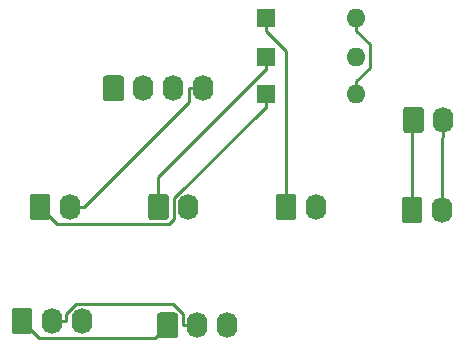
<source format=gbr>
G04 #@! TF.GenerationSoftware,KiCad,Pcbnew,(5.1.5-0-10_14)*
G04 #@! TF.CreationDate,2021-03-15T05:57:46+10:00*
G04 #@! TF.ProjectId,OH - Left Console - 6 - Flight Control Systems Panel ,4f48202d-204c-4656-9674-20436f6e736f,rev?*
G04 #@! TF.SameCoordinates,Original*
G04 #@! TF.FileFunction,Copper,L1,Top*
G04 #@! TF.FilePolarity,Positive*
%FSLAX46Y46*%
G04 Gerber Fmt 4.6, Leading zero omitted, Abs format (unit mm)*
G04 Created by KiCad (PCBNEW (5.1.5-0-10_14)) date 2021-03-15 05:57:46*
%MOMM*%
%LPD*%
G04 APERTURE LIST*
%ADD10O,1.740000X2.200000*%
%ADD11C,0.100000*%
%ADD12O,1.600000X1.600000*%
%ADD13R,1.600000X1.600000*%
%ADD14C,0.250000*%
G04 APERTURE END LIST*
D10*
X107315000Y-126619000D03*
G04 #@! TA.AperFunction,ComponentPad*
D11*
G36*
X105419505Y-125520204D02*
G01*
X105443773Y-125523804D01*
X105467572Y-125529765D01*
X105490671Y-125538030D01*
X105512850Y-125548520D01*
X105533893Y-125561132D01*
X105553599Y-125575747D01*
X105571777Y-125592223D01*
X105588253Y-125610401D01*
X105602868Y-125630107D01*
X105615480Y-125651150D01*
X105625970Y-125673329D01*
X105634235Y-125696428D01*
X105640196Y-125720227D01*
X105643796Y-125744495D01*
X105645000Y-125768999D01*
X105645000Y-127469001D01*
X105643796Y-127493505D01*
X105640196Y-127517773D01*
X105634235Y-127541572D01*
X105625970Y-127564671D01*
X105615480Y-127586850D01*
X105602868Y-127607893D01*
X105588253Y-127627599D01*
X105571777Y-127645777D01*
X105553599Y-127662253D01*
X105533893Y-127676868D01*
X105512850Y-127689480D01*
X105490671Y-127699970D01*
X105467572Y-127708235D01*
X105443773Y-127714196D01*
X105419505Y-127717796D01*
X105395001Y-127719000D01*
X104154999Y-127719000D01*
X104130495Y-127717796D01*
X104106227Y-127714196D01*
X104082428Y-127708235D01*
X104059329Y-127699970D01*
X104037150Y-127689480D01*
X104016107Y-127676868D01*
X103996401Y-127662253D01*
X103978223Y-127645777D01*
X103961747Y-127627599D01*
X103947132Y-127607893D01*
X103934520Y-127586850D01*
X103924030Y-127564671D01*
X103915765Y-127541572D01*
X103909804Y-127517773D01*
X103906204Y-127493505D01*
X103905000Y-127469001D01*
X103905000Y-125768999D01*
X103906204Y-125744495D01*
X103909804Y-125720227D01*
X103915765Y-125696428D01*
X103924030Y-125673329D01*
X103934520Y-125651150D01*
X103947132Y-125630107D01*
X103961747Y-125610401D01*
X103978223Y-125592223D01*
X103996401Y-125575747D01*
X104016107Y-125561132D01*
X104037150Y-125548520D01*
X104059329Y-125538030D01*
X104082428Y-125529765D01*
X104106227Y-125523804D01*
X104130495Y-125520204D01*
X104154999Y-125519000D01*
X105395001Y-125519000D01*
X105419505Y-125520204D01*
G37*
G04 #@! TD.AperFunction*
D10*
X107442000Y-118999000D03*
G04 #@! TA.AperFunction,ComponentPad*
D11*
G36*
X105546505Y-117900204D02*
G01*
X105570773Y-117903804D01*
X105594572Y-117909765D01*
X105617671Y-117918030D01*
X105639850Y-117928520D01*
X105660893Y-117941132D01*
X105680599Y-117955747D01*
X105698777Y-117972223D01*
X105715253Y-117990401D01*
X105729868Y-118010107D01*
X105742480Y-118031150D01*
X105752970Y-118053329D01*
X105761235Y-118076428D01*
X105767196Y-118100227D01*
X105770796Y-118124495D01*
X105772000Y-118148999D01*
X105772000Y-119849001D01*
X105770796Y-119873505D01*
X105767196Y-119897773D01*
X105761235Y-119921572D01*
X105752970Y-119944671D01*
X105742480Y-119966850D01*
X105729868Y-119987893D01*
X105715253Y-120007599D01*
X105698777Y-120025777D01*
X105680599Y-120042253D01*
X105660893Y-120056868D01*
X105639850Y-120069480D01*
X105617671Y-120079970D01*
X105594572Y-120088235D01*
X105570773Y-120094196D01*
X105546505Y-120097796D01*
X105522001Y-120099000D01*
X104281999Y-120099000D01*
X104257495Y-120097796D01*
X104233227Y-120094196D01*
X104209428Y-120088235D01*
X104186329Y-120079970D01*
X104164150Y-120069480D01*
X104143107Y-120056868D01*
X104123401Y-120042253D01*
X104105223Y-120025777D01*
X104088747Y-120007599D01*
X104074132Y-119987893D01*
X104061520Y-119966850D01*
X104051030Y-119944671D01*
X104042765Y-119921572D01*
X104036804Y-119897773D01*
X104033204Y-119873505D01*
X104032000Y-119849001D01*
X104032000Y-118148999D01*
X104033204Y-118124495D01*
X104036804Y-118100227D01*
X104042765Y-118076428D01*
X104051030Y-118053329D01*
X104061520Y-118031150D01*
X104074132Y-118010107D01*
X104088747Y-117990401D01*
X104105223Y-117972223D01*
X104123401Y-117955747D01*
X104143107Y-117941132D01*
X104164150Y-117928520D01*
X104186329Y-117918030D01*
X104209428Y-117909765D01*
X104233227Y-117903804D01*
X104257495Y-117900204D01*
X104281999Y-117899000D01*
X105522001Y-117899000D01*
X105546505Y-117900204D01*
G37*
G04 #@! TD.AperFunction*
D10*
X75819000Y-126365000D03*
G04 #@! TA.AperFunction,ComponentPad*
D11*
G36*
X73923505Y-125266204D02*
G01*
X73947773Y-125269804D01*
X73971572Y-125275765D01*
X73994671Y-125284030D01*
X74016850Y-125294520D01*
X74037893Y-125307132D01*
X74057599Y-125321747D01*
X74075777Y-125338223D01*
X74092253Y-125356401D01*
X74106868Y-125376107D01*
X74119480Y-125397150D01*
X74129970Y-125419329D01*
X74138235Y-125442428D01*
X74144196Y-125466227D01*
X74147796Y-125490495D01*
X74149000Y-125514999D01*
X74149000Y-127215001D01*
X74147796Y-127239505D01*
X74144196Y-127263773D01*
X74138235Y-127287572D01*
X74129970Y-127310671D01*
X74119480Y-127332850D01*
X74106868Y-127353893D01*
X74092253Y-127373599D01*
X74075777Y-127391777D01*
X74057599Y-127408253D01*
X74037893Y-127422868D01*
X74016850Y-127435480D01*
X73994671Y-127445970D01*
X73971572Y-127454235D01*
X73947773Y-127460196D01*
X73923505Y-127463796D01*
X73899001Y-127465000D01*
X72658999Y-127465000D01*
X72634495Y-127463796D01*
X72610227Y-127460196D01*
X72586428Y-127454235D01*
X72563329Y-127445970D01*
X72541150Y-127435480D01*
X72520107Y-127422868D01*
X72500401Y-127408253D01*
X72482223Y-127391777D01*
X72465747Y-127373599D01*
X72451132Y-127353893D01*
X72438520Y-127332850D01*
X72428030Y-127310671D01*
X72419765Y-127287572D01*
X72413804Y-127263773D01*
X72410204Y-127239505D01*
X72409000Y-127215001D01*
X72409000Y-125514999D01*
X72410204Y-125490495D01*
X72413804Y-125466227D01*
X72419765Y-125442428D01*
X72428030Y-125419329D01*
X72438520Y-125397150D01*
X72451132Y-125376107D01*
X72465747Y-125356401D01*
X72482223Y-125338223D01*
X72500401Y-125321747D01*
X72520107Y-125307132D01*
X72541150Y-125294520D01*
X72563329Y-125284030D01*
X72586428Y-125275765D01*
X72610227Y-125269804D01*
X72634495Y-125266204D01*
X72658999Y-125265000D01*
X73899001Y-125265000D01*
X73923505Y-125266204D01*
G37*
G04 #@! TD.AperFunction*
D10*
X85852000Y-126365000D03*
G04 #@! TA.AperFunction,ComponentPad*
D11*
G36*
X83956505Y-125266204D02*
G01*
X83980773Y-125269804D01*
X84004572Y-125275765D01*
X84027671Y-125284030D01*
X84049850Y-125294520D01*
X84070893Y-125307132D01*
X84090599Y-125321747D01*
X84108777Y-125338223D01*
X84125253Y-125356401D01*
X84139868Y-125376107D01*
X84152480Y-125397150D01*
X84162970Y-125419329D01*
X84171235Y-125442428D01*
X84177196Y-125466227D01*
X84180796Y-125490495D01*
X84182000Y-125514999D01*
X84182000Y-127215001D01*
X84180796Y-127239505D01*
X84177196Y-127263773D01*
X84171235Y-127287572D01*
X84162970Y-127310671D01*
X84152480Y-127332850D01*
X84139868Y-127353893D01*
X84125253Y-127373599D01*
X84108777Y-127391777D01*
X84090599Y-127408253D01*
X84070893Y-127422868D01*
X84049850Y-127435480D01*
X84027671Y-127445970D01*
X84004572Y-127454235D01*
X83980773Y-127460196D01*
X83956505Y-127463796D01*
X83932001Y-127465000D01*
X82691999Y-127465000D01*
X82667495Y-127463796D01*
X82643227Y-127460196D01*
X82619428Y-127454235D01*
X82596329Y-127445970D01*
X82574150Y-127435480D01*
X82553107Y-127422868D01*
X82533401Y-127408253D01*
X82515223Y-127391777D01*
X82498747Y-127373599D01*
X82484132Y-127353893D01*
X82471520Y-127332850D01*
X82461030Y-127310671D01*
X82452765Y-127287572D01*
X82446804Y-127263773D01*
X82443204Y-127239505D01*
X82442000Y-127215001D01*
X82442000Y-125514999D01*
X82443204Y-125490495D01*
X82446804Y-125466227D01*
X82452765Y-125442428D01*
X82461030Y-125419329D01*
X82471520Y-125397150D01*
X82484132Y-125376107D01*
X82498747Y-125356401D01*
X82515223Y-125338223D01*
X82533401Y-125321747D01*
X82553107Y-125307132D01*
X82574150Y-125294520D01*
X82596329Y-125284030D01*
X82619428Y-125275765D01*
X82643227Y-125269804D01*
X82667495Y-125266204D01*
X82691999Y-125265000D01*
X83932001Y-125265000D01*
X83956505Y-125266204D01*
G37*
G04 #@! TD.AperFunction*
D10*
X96647000Y-126365000D03*
G04 #@! TA.AperFunction,ComponentPad*
D11*
G36*
X94751505Y-125266204D02*
G01*
X94775773Y-125269804D01*
X94799572Y-125275765D01*
X94822671Y-125284030D01*
X94844850Y-125294520D01*
X94865893Y-125307132D01*
X94885599Y-125321747D01*
X94903777Y-125338223D01*
X94920253Y-125356401D01*
X94934868Y-125376107D01*
X94947480Y-125397150D01*
X94957970Y-125419329D01*
X94966235Y-125442428D01*
X94972196Y-125466227D01*
X94975796Y-125490495D01*
X94977000Y-125514999D01*
X94977000Y-127215001D01*
X94975796Y-127239505D01*
X94972196Y-127263773D01*
X94966235Y-127287572D01*
X94957970Y-127310671D01*
X94947480Y-127332850D01*
X94934868Y-127353893D01*
X94920253Y-127373599D01*
X94903777Y-127391777D01*
X94885599Y-127408253D01*
X94865893Y-127422868D01*
X94844850Y-127435480D01*
X94822671Y-127445970D01*
X94799572Y-127454235D01*
X94775773Y-127460196D01*
X94751505Y-127463796D01*
X94727001Y-127465000D01*
X93486999Y-127465000D01*
X93462495Y-127463796D01*
X93438227Y-127460196D01*
X93414428Y-127454235D01*
X93391329Y-127445970D01*
X93369150Y-127435480D01*
X93348107Y-127422868D01*
X93328401Y-127408253D01*
X93310223Y-127391777D01*
X93293747Y-127373599D01*
X93279132Y-127353893D01*
X93266520Y-127332850D01*
X93256030Y-127310671D01*
X93247765Y-127287572D01*
X93241804Y-127263773D01*
X93238204Y-127239505D01*
X93237000Y-127215001D01*
X93237000Y-125514999D01*
X93238204Y-125490495D01*
X93241804Y-125466227D01*
X93247765Y-125442428D01*
X93256030Y-125419329D01*
X93266520Y-125397150D01*
X93279132Y-125376107D01*
X93293747Y-125356401D01*
X93310223Y-125338223D01*
X93328401Y-125321747D01*
X93348107Y-125307132D01*
X93369150Y-125294520D01*
X93391329Y-125284030D01*
X93414428Y-125275765D01*
X93438227Y-125269804D01*
X93462495Y-125266204D01*
X93486999Y-125265000D01*
X94727001Y-125265000D01*
X94751505Y-125266204D01*
G37*
G04 #@! TD.AperFunction*
D10*
X89154000Y-136398000D03*
X86614000Y-136398000D03*
G04 #@! TA.AperFunction,ComponentPad*
D11*
G36*
X84718505Y-135299204D02*
G01*
X84742773Y-135302804D01*
X84766572Y-135308765D01*
X84789671Y-135317030D01*
X84811850Y-135327520D01*
X84832893Y-135340132D01*
X84852599Y-135354747D01*
X84870777Y-135371223D01*
X84887253Y-135389401D01*
X84901868Y-135409107D01*
X84914480Y-135430150D01*
X84924970Y-135452329D01*
X84933235Y-135475428D01*
X84939196Y-135499227D01*
X84942796Y-135523495D01*
X84944000Y-135547999D01*
X84944000Y-137248001D01*
X84942796Y-137272505D01*
X84939196Y-137296773D01*
X84933235Y-137320572D01*
X84924970Y-137343671D01*
X84914480Y-137365850D01*
X84901868Y-137386893D01*
X84887253Y-137406599D01*
X84870777Y-137424777D01*
X84852599Y-137441253D01*
X84832893Y-137455868D01*
X84811850Y-137468480D01*
X84789671Y-137478970D01*
X84766572Y-137487235D01*
X84742773Y-137493196D01*
X84718505Y-137496796D01*
X84694001Y-137498000D01*
X83453999Y-137498000D01*
X83429495Y-137496796D01*
X83405227Y-137493196D01*
X83381428Y-137487235D01*
X83358329Y-137478970D01*
X83336150Y-137468480D01*
X83315107Y-137455868D01*
X83295401Y-137441253D01*
X83277223Y-137424777D01*
X83260747Y-137406599D01*
X83246132Y-137386893D01*
X83233520Y-137365850D01*
X83223030Y-137343671D01*
X83214765Y-137320572D01*
X83208804Y-137296773D01*
X83205204Y-137272505D01*
X83204000Y-137248001D01*
X83204000Y-135547999D01*
X83205204Y-135523495D01*
X83208804Y-135499227D01*
X83214765Y-135475428D01*
X83223030Y-135452329D01*
X83233520Y-135430150D01*
X83246132Y-135409107D01*
X83260747Y-135389401D01*
X83277223Y-135371223D01*
X83295401Y-135354747D01*
X83315107Y-135340132D01*
X83336150Y-135327520D01*
X83358329Y-135317030D01*
X83381428Y-135308765D01*
X83405227Y-135302804D01*
X83429495Y-135299204D01*
X83453999Y-135298000D01*
X84694001Y-135298000D01*
X84718505Y-135299204D01*
G37*
G04 #@! TD.AperFunction*
D10*
X76835000Y-136017000D03*
X74295000Y-136017000D03*
G04 #@! TA.AperFunction,ComponentPad*
D11*
G36*
X72399505Y-134918204D02*
G01*
X72423773Y-134921804D01*
X72447572Y-134927765D01*
X72470671Y-134936030D01*
X72492850Y-134946520D01*
X72513893Y-134959132D01*
X72533599Y-134973747D01*
X72551777Y-134990223D01*
X72568253Y-135008401D01*
X72582868Y-135028107D01*
X72595480Y-135049150D01*
X72605970Y-135071329D01*
X72614235Y-135094428D01*
X72620196Y-135118227D01*
X72623796Y-135142495D01*
X72625000Y-135166999D01*
X72625000Y-136867001D01*
X72623796Y-136891505D01*
X72620196Y-136915773D01*
X72614235Y-136939572D01*
X72605970Y-136962671D01*
X72595480Y-136984850D01*
X72582868Y-137005893D01*
X72568253Y-137025599D01*
X72551777Y-137043777D01*
X72533599Y-137060253D01*
X72513893Y-137074868D01*
X72492850Y-137087480D01*
X72470671Y-137097970D01*
X72447572Y-137106235D01*
X72423773Y-137112196D01*
X72399505Y-137115796D01*
X72375001Y-137117000D01*
X71134999Y-137117000D01*
X71110495Y-137115796D01*
X71086227Y-137112196D01*
X71062428Y-137106235D01*
X71039329Y-137097970D01*
X71017150Y-137087480D01*
X70996107Y-137074868D01*
X70976401Y-137060253D01*
X70958223Y-137043777D01*
X70941747Y-137025599D01*
X70927132Y-137005893D01*
X70914520Y-136984850D01*
X70904030Y-136962671D01*
X70895765Y-136939572D01*
X70889804Y-136915773D01*
X70886204Y-136891505D01*
X70885000Y-136867001D01*
X70885000Y-135166999D01*
X70886204Y-135142495D01*
X70889804Y-135118227D01*
X70895765Y-135094428D01*
X70904030Y-135071329D01*
X70914520Y-135049150D01*
X70927132Y-135028107D01*
X70941747Y-135008401D01*
X70958223Y-134990223D01*
X70976401Y-134973747D01*
X70996107Y-134959132D01*
X71017150Y-134946520D01*
X71039329Y-134936030D01*
X71062428Y-134927765D01*
X71086227Y-134921804D01*
X71110495Y-134918204D01*
X71134999Y-134917000D01*
X72375001Y-134917000D01*
X72399505Y-134918204D01*
G37*
G04 #@! TD.AperFunction*
D10*
X87122000Y-116332000D03*
X84582000Y-116332000D03*
X82042000Y-116332000D03*
G04 #@! TA.AperFunction,ComponentPad*
D11*
G36*
X80146505Y-115233204D02*
G01*
X80170773Y-115236804D01*
X80194572Y-115242765D01*
X80217671Y-115251030D01*
X80239850Y-115261520D01*
X80260893Y-115274132D01*
X80280599Y-115288747D01*
X80298777Y-115305223D01*
X80315253Y-115323401D01*
X80329868Y-115343107D01*
X80342480Y-115364150D01*
X80352970Y-115386329D01*
X80361235Y-115409428D01*
X80367196Y-115433227D01*
X80370796Y-115457495D01*
X80372000Y-115481999D01*
X80372000Y-117182001D01*
X80370796Y-117206505D01*
X80367196Y-117230773D01*
X80361235Y-117254572D01*
X80352970Y-117277671D01*
X80342480Y-117299850D01*
X80329868Y-117320893D01*
X80315253Y-117340599D01*
X80298777Y-117358777D01*
X80280599Y-117375253D01*
X80260893Y-117389868D01*
X80239850Y-117402480D01*
X80217671Y-117412970D01*
X80194572Y-117421235D01*
X80170773Y-117427196D01*
X80146505Y-117430796D01*
X80122001Y-117432000D01*
X78881999Y-117432000D01*
X78857495Y-117430796D01*
X78833227Y-117427196D01*
X78809428Y-117421235D01*
X78786329Y-117412970D01*
X78764150Y-117402480D01*
X78743107Y-117389868D01*
X78723401Y-117375253D01*
X78705223Y-117358777D01*
X78688747Y-117340599D01*
X78674132Y-117320893D01*
X78661520Y-117299850D01*
X78651030Y-117277671D01*
X78642765Y-117254572D01*
X78636804Y-117230773D01*
X78633204Y-117206505D01*
X78632000Y-117182001D01*
X78632000Y-115481999D01*
X78633204Y-115457495D01*
X78636804Y-115433227D01*
X78642765Y-115409428D01*
X78651030Y-115386329D01*
X78661520Y-115364150D01*
X78674132Y-115343107D01*
X78688747Y-115323401D01*
X78705223Y-115305223D01*
X78723401Y-115288747D01*
X78743107Y-115274132D01*
X78764150Y-115261520D01*
X78786329Y-115251030D01*
X78809428Y-115242765D01*
X78833227Y-115236804D01*
X78857495Y-115233204D01*
X78881999Y-115232000D01*
X80122001Y-115232000D01*
X80146505Y-115233204D01*
G37*
G04 #@! TD.AperFunction*
D12*
X100076000Y-116840000D03*
D13*
X92456000Y-116840000D03*
D12*
X100076000Y-113665000D03*
D13*
X92456000Y-113665000D03*
D12*
X100076000Y-110363000D03*
D13*
X92456000Y-110363000D03*
D14*
X100076000Y-116840000D02*
X100076000Y-115714700D01*
X100076000Y-110363000D02*
X100076000Y-111488300D01*
X100076000Y-111488300D02*
X101201300Y-112613600D01*
X101201300Y-112613600D02*
X101201300Y-114589400D01*
X101201300Y-114589400D02*
X100076000Y-115714700D01*
X92456000Y-110363000D02*
X92456000Y-111488300D01*
X92456000Y-111488300D02*
X94107000Y-113139300D01*
X94107000Y-113139300D02*
X94107000Y-126365000D01*
X92456000Y-113665000D02*
X92456000Y-114790300D01*
X92456000Y-114790300D02*
X92315300Y-114790300D01*
X92315300Y-114790300D02*
X83312000Y-123793600D01*
X83312000Y-123793600D02*
X83312000Y-126365000D01*
X92456000Y-116840000D02*
X92456000Y-117965300D01*
X92456000Y-117965300D02*
X92315300Y-117965300D01*
X92315300Y-117965300D02*
X84640000Y-125640600D01*
X84640000Y-125640600D02*
X84640000Y-127360100D01*
X84640000Y-127360100D02*
X84187800Y-127812300D01*
X84187800Y-127812300D02*
X74726300Y-127812300D01*
X74726300Y-127812300D02*
X73279000Y-126365000D01*
X75819000Y-126365000D02*
X77014300Y-126365000D01*
X87122000Y-116332000D02*
X85926700Y-116332000D01*
X85926700Y-116332000D02*
X85926700Y-117452600D01*
X85926700Y-117452600D02*
X77014300Y-126365000D01*
X86614000Y-136398000D02*
X85418700Y-136398000D01*
X74295000Y-136017000D02*
X75490300Y-136017000D01*
X75490300Y-136017000D02*
X75490300Y-135419300D01*
X75490300Y-135419300D02*
X76360500Y-134549100D01*
X76360500Y-134549100D02*
X84541000Y-134549100D01*
X84541000Y-134549100D02*
X85418700Y-135426800D01*
X85418700Y-135426800D02*
X85418700Y-136398000D01*
X71755000Y-136017000D02*
X73224800Y-137486800D01*
X73224800Y-137486800D02*
X82985200Y-137486800D01*
X82985200Y-137486800D02*
X84074000Y-136398000D01*
X107442000Y-118999000D02*
X107442000Y-120424300D01*
X107442000Y-120424300D02*
X107315000Y-120551300D01*
X107315000Y-120551300D02*
X107315000Y-126619000D01*
X104902000Y-118999000D02*
X104775000Y-119126000D01*
X104775000Y-119126000D02*
X104775000Y-126619000D01*
M02*

</source>
